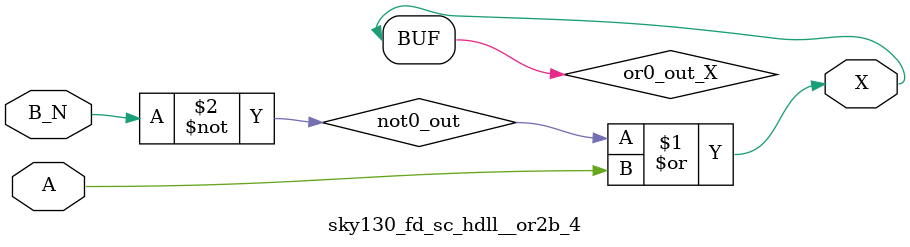
<source format=v>
/*
 * Copyright 2020 The SkyWater PDK Authors
 *
 * Licensed under the Apache License, Version 2.0 (the "License");
 * you may not use this file except in compliance with the License.
 * You may obtain a copy of the License at
 *
 *     https://www.apache.org/licenses/LICENSE-2.0
 *
 * Unless required by applicable law or agreed to in writing, software
 * distributed under the License is distributed on an "AS IS" BASIS,
 * WITHOUT WARRANTIES OR CONDITIONS OF ANY KIND, either express or implied.
 * See the License for the specific language governing permissions and
 * limitations under the License.
 *
 * SPDX-License-Identifier: Apache-2.0
*/


`ifndef SKY130_FD_SC_HDLL__OR2B_4_FUNCTIONAL_V
`define SKY130_FD_SC_HDLL__OR2B_4_FUNCTIONAL_V

/**
 * or2b: 2-input OR, first input inverted.
 *
 * Verilog simulation functional model.
 */

`timescale 1ns / 1ps
`default_nettype none

`celldefine
module sky130_fd_sc_hdll__or2b_4 (
    X  ,
    A  ,
    B_N
);

    // Module ports
    output X  ;
    input  A  ;
    input  B_N;

    // Local signals
    wire not0_out ;
    wire or0_out_X;

    //  Name  Output     Other arguments
    not not0 (not0_out , B_N            );
    or  or0  (or0_out_X, not0_out, A    );
    buf buf0 (X        , or0_out_X      );

endmodule
`endcelldefine

`default_nettype wire
`endif  // SKY130_FD_SC_HDLL__OR2B_4_FUNCTIONAL_V

</source>
